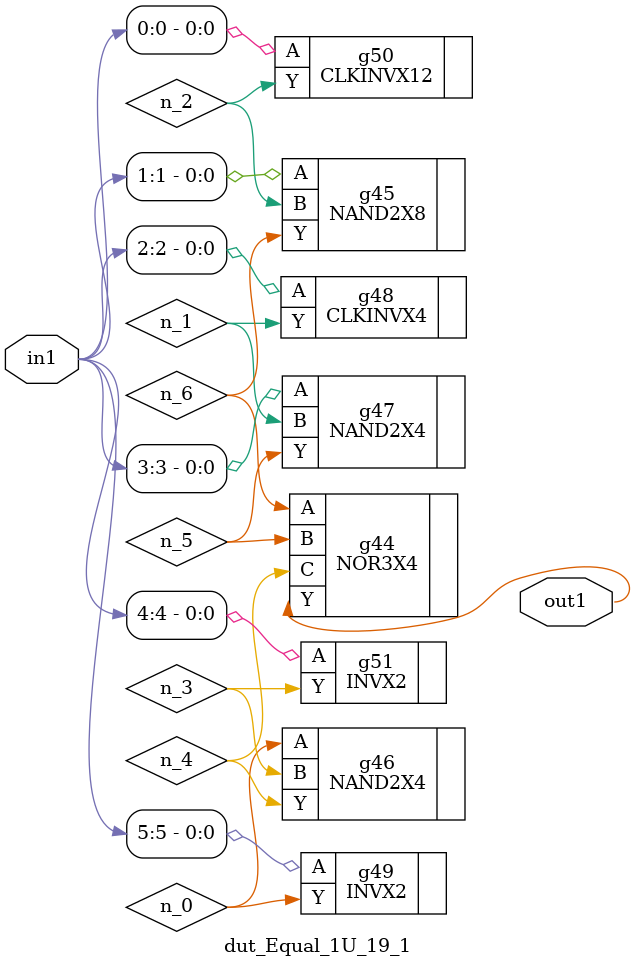
<source format=v>
`timescale 1ps / 1ps


module dut_Equal_1U_19_1(in1, out1);
  input [5:0] in1;
  output out1;
  wire [5:0] in1;
  wire out1;
  wire n_0, n_1, n_2, n_3, n_4, n_5, n_6;
  NOR3X4 g44(.A (n_6), .B (n_5), .C (n_4), .Y (out1));
  NAND2X8 g45(.A (in1[1]), .B (n_2), .Y (n_6));
  NAND2X4 g47(.A (in1[3]), .B (n_1), .Y (n_5));
  NAND2X4 g46(.A (n_0), .B (n_3), .Y (n_4));
  INVX2 g51(.A (in1[4]), .Y (n_3));
  CLKINVX12 g50(.A (in1[0]), .Y (n_2));
  CLKINVX4 g48(.A (in1[2]), .Y (n_1));
  INVX2 g49(.A (in1[5]), .Y (n_0));
endmodule



</source>
